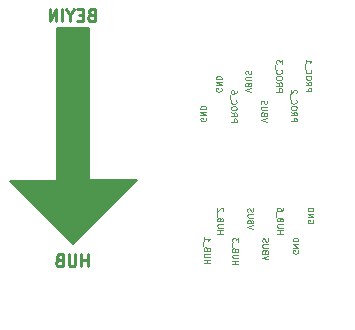
<source format=gbo>
G04 #@! TF.GenerationSoftware,KiCad,Pcbnew,8.0.0-rc1*
G04 #@! TF.CreationDate,2025-03-11T15:01:50+03:00*
G04 #@! TF.ProjectId,KSS_MD_V1.0,4b53535f-4d44-45f5-9631-2e302e6b6963,rev?*
G04 #@! TF.SameCoordinates,Original*
G04 #@! TF.FileFunction,Legend,Bot*
G04 #@! TF.FilePolarity,Positive*
%FSLAX46Y46*%
G04 Gerber Fmt 4.6, Leading zero omitted, Abs format (unit mm)*
G04 Created by KiCad (PCBNEW 8.0.0-rc1) date 2025-03-11 15:01:50*
%MOMM*%
%LPD*%
G01*
G04 APERTURE LIST*
G04 Aperture macros list*
%AMRoundRect*
0 Rectangle with rounded corners*
0 $1 Rounding radius*
0 $2 $3 $4 $5 $6 $7 $8 $9 X,Y pos of 4 corners*
0 Add a 4 corners polygon primitive as box body*
4,1,4,$2,$3,$4,$5,$6,$7,$8,$9,$2,$3,0*
0 Add four circle primitives for the rounded corners*
1,1,$1+$1,$2,$3*
1,1,$1+$1,$4,$5*
1,1,$1+$1,$6,$7*
1,1,$1+$1,$8,$9*
0 Add four rect primitives between the rounded corners*
20,1,$1+$1,$2,$3,$4,$5,0*
20,1,$1+$1,$4,$5,$6,$7,0*
20,1,$1+$1,$6,$7,$8,$9,0*
20,1,$1+$1,$8,$9,$2,$3,0*%
G04 Aperture macros list end*
%ADD10C,0.200000*%
%ADD11C,0.100000*%
%ADD12C,0.250000*%
%ADD13C,3.650000*%
%ADD14RoundRect,0.250000X0.980000X1.150000X-0.980000X1.150000X-0.980000X-1.150000X0.980000X-1.150000X0*%
%ADD15O,2.460000X2.800000*%
%ADD16RoundRect,0.250000X-0.980000X-1.150000X0.980000X-1.150000X0.980000X1.150000X-0.980000X1.150000X0*%
%ADD17R,1.500000X1.500000*%
%ADD18C,1.500000*%
G04 APERTURE END LIST*
D10*
X101455200Y-91906000D02*
X105455200Y-91906000D01*
X100060200Y-97301000D01*
X94695200Y-91936000D01*
X98665200Y-91936000D01*
X98665200Y-79036000D01*
X101455200Y-79036000D01*
X101455200Y-91906000D01*
G36*
X101455200Y-91906000D02*
G01*
X105455200Y-91906000D01*
X100060200Y-97301000D01*
X94695200Y-91936000D01*
X98665200Y-91936000D01*
X98665200Y-79036000D01*
X101455200Y-79036000D01*
X101455200Y-91906000D01*
G37*
D11*
X115141590Y-84442591D02*
X114641590Y-84275925D01*
X114641590Y-84275925D02*
X115141590Y-84109258D01*
X114903495Y-83775925D02*
X114879685Y-83704497D01*
X114879685Y-83704497D02*
X114855876Y-83680687D01*
X114855876Y-83680687D02*
X114808257Y-83656878D01*
X114808257Y-83656878D02*
X114736828Y-83656878D01*
X114736828Y-83656878D02*
X114689209Y-83680687D01*
X114689209Y-83680687D02*
X114665400Y-83704497D01*
X114665400Y-83704497D02*
X114641590Y-83752116D01*
X114641590Y-83752116D02*
X114641590Y-83942592D01*
X114641590Y-83942592D02*
X115141590Y-83942592D01*
X115141590Y-83942592D02*
X115141590Y-83775925D01*
X115141590Y-83775925D02*
X115117780Y-83728306D01*
X115117780Y-83728306D02*
X115093971Y-83704497D01*
X115093971Y-83704497D02*
X115046352Y-83680687D01*
X115046352Y-83680687D02*
X114998733Y-83680687D01*
X114998733Y-83680687D02*
X114951114Y-83704497D01*
X114951114Y-83704497D02*
X114927304Y-83728306D01*
X114927304Y-83728306D02*
X114903495Y-83775925D01*
X114903495Y-83775925D02*
X114903495Y-83942592D01*
X115141590Y-83442592D02*
X114736828Y-83442592D01*
X114736828Y-83442592D02*
X114689209Y-83418782D01*
X114689209Y-83418782D02*
X114665400Y-83394973D01*
X114665400Y-83394973D02*
X114641590Y-83347354D01*
X114641590Y-83347354D02*
X114641590Y-83252116D01*
X114641590Y-83252116D02*
X114665400Y-83204497D01*
X114665400Y-83204497D02*
X114689209Y-83180687D01*
X114689209Y-83180687D02*
X114736828Y-83156878D01*
X114736828Y-83156878D02*
X115141590Y-83156878D01*
X114665400Y-82942591D02*
X114641590Y-82871163D01*
X114641590Y-82871163D02*
X114641590Y-82752115D01*
X114641590Y-82752115D02*
X114665400Y-82704496D01*
X114665400Y-82704496D02*
X114689209Y-82680687D01*
X114689209Y-82680687D02*
X114736828Y-82656877D01*
X114736828Y-82656877D02*
X114784447Y-82656877D01*
X114784447Y-82656877D02*
X114832066Y-82680687D01*
X114832066Y-82680687D02*
X114855876Y-82704496D01*
X114855876Y-82704496D02*
X114879685Y-82752115D01*
X114879685Y-82752115D02*
X114903495Y-82847353D01*
X114903495Y-82847353D02*
X114927304Y-82894972D01*
X114927304Y-82894972D02*
X114951114Y-82918782D01*
X114951114Y-82918782D02*
X114998733Y-82942591D01*
X114998733Y-82942591D02*
X115046352Y-82942591D01*
X115046352Y-82942591D02*
X115093971Y-82918782D01*
X115093971Y-82918782D02*
X115117780Y-82894972D01*
X115117780Y-82894972D02*
X115141590Y-82847353D01*
X115141590Y-82847353D02*
X115141590Y-82728306D01*
X115141590Y-82728306D02*
X115117780Y-82656877D01*
X118501590Y-86931163D02*
X119001590Y-86931163D01*
X119001590Y-86931163D02*
X119001590Y-86740687D01*
X119001590Y-86740687D02*
X118977780Y-86693068D01*
X118977780Y-86693068D02*
X118953971Y-86669258D01*
X118953971Y-86669258D02*
X118906352Y-86645449D01*
X118906352Y-86645449D02*
X118834923Y-86645449D01*
X118834923Y-86645449D02*
X118787304Y-86669258D01*
X118787304Y-86669258D02*
X118763495Y-86693068D01*
X118763495Y-86693068D02*
X118739685Y-86740687D01*
X118739685Y-86740687D02*
X118739685Y-86931163D01*
X118501590Y-86145449D02*
X118739685Y-86312115D01*
X118501590Y-86431163D02*
X119001590Y-86431163D01*
X119001590Y-86431163D02*
X119001590Y-86240687D01*
X119001590Y-86240687D02*
X118977780Y-86193068D01*
X118977780Y-86193068D02*
X118953971Y-86169258D01*
X118953971Y-86169258D02*
X118906352Y-86145449D01*
X118906352Y-86145449D02*
X118834923Y-86145449D01*
X118834923Y-86145449D02*
X118787304Y-86169258D01*
X118787304Y-86169258D02*
X118763495Y-86193068D01*
X118763495Y-86193068D02*
X118739685Y-86240687D01*
X118739685Y-86240687D02*
X118739685Y-86431163D01*
X119001590Y-85835925D02*
X119001590Y-85740687D01*
X119001590Y-85740687D02*
X118977780Y-85693068D01*
X118977780Y-85693068D02*
X118930161Y-85645449D01*
X118930161Y-85645449D02*
X118834923Y-85621639D01*
X118834923Y-85621639D02*
X118668257Y-85621639D01*
X118668257Y-85621639D02*
X118573019Y-85645449D01*
X118573019Y-85645449D02*
X118525400Y-85693068D01*
X118525400Y-85693068D02*
X118501590Y-85740687D01*
X118501590Y-85740687D02*
X118501590Y-85835925D01*
X118501590Y-85835925D02*
X118525400Y-85883544D01*
X118525400Y-85883544D02*
X118573019Y-85931163D01*
X118573019Y-85931163D02*
X118668257Y-85954972D01*
X118668257Y-85954972D02*
X118834923Y-85954972D01*
X118834923Y-85954972D02*
X118930161Y-85931163D01*
X118930161Y-85931163D02*
X118977780Y-85883544D01*
X118977780Y-85883544D02*
X119001590Y-85835925D01*
X118549209Y-85121639D02*
X118525400Y-85145448D01*
X118525400Y-85145448D02*
X118501590Y-85216877D01*
X118501590Y-85216877D02*
X118501590Y-85264496D01*
X118501590Y-85264496D02*
X118525400Y-85335924D01*
X118525400Y-85335924D02*
X118573019Y-85383543D01*
X118573019Y-85383543D02*
X118620638Y-85407353D01*
X118620638Y-85407353D02*
X118715876Y-85431162D01*
X118715876Y-85431162D02*
X118787304Y-85431162D01*
X118787304Y-85431162D02*
X118882542Y-85407353D01*
X118882542Y-85407353D02*
X118930161Y-85383543D01*
X118930161Y-85383543D02*
X118977780Y-85335924D01*
X118977780Y-85335924D02*
X119001590Y-85264496D01*
X119001590Y-85264496D02*
X119001590Y-85216877D01*
X119001590Y-85216877D02*
X118977780Y-85145448D01*
X118977780Y-85145448D02*
X118953971Y-85121639D01*
X118453971Y-85026401D02*
X118453971Y-84645448D01*
X118953971Y-84550210D02*
X118977780Y-84526401D01*
X118977780Y-84526401D02*
X119001590Y-84478782D01*
X119001590Y-84478782D02*
X119001590Y-84359734D01*
X119001590Y-84359734D02*
X118977780Y-84312115D01*
X118977780Y-84312115D02*
X118953971Y-84288306D01*
X118953971Y-84288306D02*
X118906352Y-84264496D01*
X118906352Y-84264496D02*
X118858733Y-84264496D01*
X118858733Y-84264496D02*
X118787304Y-84288306D01*
X118787304Y-84288306D02*
X118501590Y-84574020D01*
X118501590Y-84574020D02*
X118501590Y-84264496D01*
D12*
X101311500Y-99194250D02*
X101311500Y-98194250D01*
X101311500Y-98670440D02*
X100740072Y-98670440D01*
X100740072Y-99194250D02*
X100740072Y-98194250D01*
X100263881Y-98194250D02*
X100263881Y-99003773D01*
X100263881Y-99003773D02*
X100216262Y-99099011D01*
X100216262Y-99099011D02*
X100168643Y-99146631D01*
X100168643Y-99146631D02*
X100073405Y-99194250D01*
X100073405Y-99194250D02*
X99882929Y-99194250D01*
X99882929Y-99194250D02*
X99787691Y-99146631D01*
X99787691Y-99146631D02*
X99740072Y-99099011D01*
X99740072Y-99099011D02*
X99692453Y-99003773D01*
X99692453Y-99003773D02*
X99692453Y-98194250D01*
X98882929Y-98670440D02*
X98740072Y-98718059D01*
X98740072Y-98718059D02*
X98692453Y-98765678D01*
X98692453Y-98765678D02*
X98644834Y-98860916D01*
X98644834Y-98860916D02*
X98644834Y-99003773D01*
X98644834Y-99003773D02*
X98692453Y-99099011D01*
X98692453Y-99099011D02*
X98740072Y-99146631D01*
X98740072Y-99146631D02*
X98835310Y-99194250D01*
X98835310Y-99194250D02*
X99216262Y-99194250D01*
X99216262Y-99194250D02*
X99216262Y-98194250D01*
X99216262Y-98194250D02*
X98882929Y-98194250D01*
X98882929Y-98194250D02*
X98787691Y-98241869D01*
X98787691Y-98241869D02*
X98740072Y-98289488D01*
X98740072Y-98289488D02*
X98692453Y-98384726D01*
X98692453Y-98384726D02*
X98692453Y-98479964D01*
X98692453Y-98479964D02*
X98740072Y-98575202D01*
X98740072Y-98575202D02*
X98787691Y-98622821D01*
X98787691Y-98622821D02*
X98882929Y-98670440D01*
X98882929Y-98670440D02*
X99216262Y-98670440D01*
D11*
X120397780Y-95269258D02*
X120421590Y-95316877D01*
X120421590Y-95316877D02*
X120421590Y-95388306D01*
X120421590Y-95388306D02*
X120397780Y-95459734D01*
X120397780Y-95459734D02*
X120350161Y-95507353D01*
X120350161Y-95507353D02*
X120302542Y-95531163D01*
X120302542Y-95531163D02*
X120207304Y-95554972D01*
X120207304Y-95554972D02*
X120135876Y-95554972D01*
X120135876Y-95554972D02*
X120040638Y-95531163D01*
X120040638Y-95531163D02*
X119993019Y-95507353D01*
X119993019Y-95507353D02*
X119945400Y-95459734D01*
X119945400Y-95459734D02*
X119921590Y-95388306D01*
X119921590Y-95388306D02*
X119921590Y-95340687D01*
X119921590Y-95340687D02*
X119945400Y-95269258D01*
X119945400Y-95269258D02*
X119969209Y-95245449D01*
X119969209Y-95245449D02*
X120135876Y-95245449D01*
X120135876Y-95245449D02*
X120135876Y-95340687D01*
X119921590Y-95031163D02*
X120421590Y-95031163D01*
X120421590Y-95031163D02*
X119921590Y-94745449D01*
X119921590Y-94745449D02*
X120421590Y-94745449D01*
X119921590Y-94507353D02*
X120421590Y-94507353D01*
X120421590Y-94507353D02*
X120421590Y-94388305D01*
X120421590Y-94388305D02*
X120397780Y-94316877D01*
X120397780Y-94316877D02*
X120350161Y-94269258D01*
X120350161Y-94269258D02*
X120302542Y-94245448D01*
X120302542Y-94245448D02*
X120207304Y-94221639D01*
X120207304Y-94221639D02*
X120135876Y-94221639D01*
X120135876Y-94221639D02*
X120040638Y-94245448D01*
X120040638Y-94245448D02*
X119993019Y-94269258D01*
X119993019Y-94269258D02*
X119945400Y-94316877D01*
X119945400Y-94316877D02*
X119921590Y-94388305D01*
X119921590Y-94388305D02*
X119921590Y-94507353D01*
X119127780Y-97849258D02*
X119151590Y-97896877D01*
X119151590Y-97896877D02*
X119151590Y-97968306D01*
X119151590Y-97968306D02*
X119127780Y-98039734D01*
X119127780Y-98039734D02*
X119080161Y-98087353D01*
X119080161Y-98087353D02*
X119032542Y-98111163D01*
X119032542Y-98111163D02*
X118937304Y-98134972D01*
X118937304Y-98134972D02*
X118865876Y-98134972D01*
X118865876Y-98134972D02*
X118770638Y-98111163D01*
X118770638Y-98111163D02*
X118723019Y-98087353D01*
X118723019Y-98087353D02*
X118675400Y-98039734D01*
X118675400Y-98039734D02*
X118651590Y-97968306D01*
X118651590Y-97968306D02*
X118651590Y-97920687D01*
X118651590Y-97920687D02*
X118675400Y-97849258D01*
X118675400Y-97849258D02*
X118699209Y-97825449D01*
X118699209Y-97825449D02*
X118865876Y-97825449D01*
X118865876Y-97825449D02*
X118865876Y-97920687D01*
X118651590Y-97611163D02*
X119151590Y-97611163D01*
X119151590Y-97611163D02*
X118651590Y-97325449D01*
X118651590Y-97325449D02*
X119151590Y-97325449D01*
X118651590Y-97087353D02*
X119151590Y-97087353D01*
X119151590Y-97087353D02*
X119151590Y-96968305D01*
X119151590Y-96968305D02*
X119127780Y-96896877D01*
X119127780Y-96896877D02*
X119080161Y-96849258D01*
X119080161Y-96849258D02*
X119032542Y-96825448D01*
X119032542Y-96825448D02*
X118937304Y-96801639D01*
X118937304Y-96801639D02*
X118865876Y-96801639D01*
X118865876Y-96801639D02*
X118770638Y-96825448D01*
X118770638Y-96825448D02*
X118723019Y-96849258D01*
X118723019Y-96849258D02*
X118675400Y-96896877D01*
X118675400Y-96896877D02*
X118651590Y-96968305D01*
X118651590Y-96968305D02*
X118651590Y-97087353D01*
X117331590Y-96441163D02*
X117831590Y-96441163D01*
X117593495Y-96441163D02*
X117593495Y-96155449D01*
X117331590Y-96155449D02*
X117831590Y-96155449D01*
X117831590Y-95917353D02*
X117426828Y-95917353D01*
X117426828Y-95917353D02*
X117379209Y-95893543D01*
X117379209Y-95893543D02*
X117355400Y-95869734D01*
X117355400Y-95869734D02*
X117331590Y-95822115D01*
X117331590Y-95822115D02*
X117331590Y-95726877D01*
X117331590Y-95726877D02*
X117355400Y-95679258D01*
X117355400Y-95679258D02*
X117379209Y-95655448D01*
X117379209Y-95655448D02*
X117426828Y-95631639D01*
X117426828Y-95631639D02*
X117831590Y-95631639D01*
X117593495Y-95226876D02*
X117569685Y-95155448D01*
X117569685Y-95155448D02*
X117545876Y-95131638D01*
X117545876Y-95131638D02*
X117498257Y-95107829D01*
X117498257Y-95107829D02*
X117426828Y-95107829D01*
X117426828Y-95107829D02*
X117379209Y-95131638D01*
X117379209Y-95131638D02*
X117355400Y-95155448D01*
X117355400Y-95155448D02*
X117331590Y-95203067D01*
X117331590Y-95203067D02*
X117331590Y-95393543D01*
X117331590Y-95393543D02*
X117831590Y-95393543D01*
X117831590Y-95393543D02*
X117831590Y-95226876D01*
X117831590Y-95226876D02*
X117807780Y-95179257D01*
X117807780Y-95179257D02*
X117783971Y-95155448D01*
X117783971Y-95155448D02*
X117736352Y-95131638D01*
X117736352Y-95131638D02*
X117688733Y-95131638D01*
X117688733Y-95131638D02*
X117641114Y-95155448D01*
X117641114Y-95155448D02*
X117617304Y-95179257D01*
X117617304Y-95179257D02*
X117593495Y-95226876D01*
X117593495Y-95226876D02*
X117593495Y-95393543D01*
X117283971Y-95012591D02*
X117283971Y-94631638D01*
X117831590Y-94298305D02*
X117831590Y-94393543D01*
X117831590Y-94393543D02*
X117807780Y-94441162D01*
X117807780Y-94441162D02*
X117783971Y-94464972D01*
X117783971Y-94464972D02*
X117712542Y-94512591D01*
X117712542Y-94512591D02*
X117617304Y-94536400D01*
X117617304Y-94536400D02*
X117426828Y-94536400D01*
X117426828Y-94536400D02*
X117379209Y-94512591D01*
X117379209Y-94512591D02*
X117355400Y-94488781D01*
X117355400Y-94488781D02*
X117331590Y-94441162D01*
X117331590Y-94441162D02*
X117331590Y-94345924D01*
X117331590Y-94345924D02*
X117355400Y-94298305D01*
X117355400Y-94298305D02*
X117379209Y-94274496D01*
X117379209Y-94274496D02*
X117426828Y-94250686D01*
X117426828Y-94250686D02*
X117545876Y-94250686D01*
X117545876Y-94250686D02*
X117593495Y-94274496D01*
X117593495Y-94274496D02*
X117617304Y-94298305D01*
X117617304Y-94298305D02*
X117641114Y-94345924D01*
X117641114Y-94345924D02*
X117641114Y-94441162D01*
X117641114Y-94441162D02*
X117617304Y-94488781D01*
X117617304Y-94488781D02*
X117593495Y-94512591D01*
X117593495Y-94512591D02*
X117545876Y-94536400D01*
X115331590Y-96072591D02*
X114831590Y-95905925D01*
X114831590Y-95905925D02*
X115331590Y-95739258D01*
X115093495Y-95405925D02*
X115069685Y-95334497D01*
X115069685Y-95334497D02*
X115045876Y-95310687D01*
X115045876Y-95310687D02*
X114998257Y-95286878D01*
X114998257Y-95286878D02*
X114926828Y-95286878D01*
X114926828Y-95286878D02*
X114879209Y-95310687D01*
X114879209Y-95310687D02*
X114855400Y-95334497D01*
X114855400Y-95334497D02*
X114831590Y-95382116D01*
X114831590Y-95382116D02*
X114831590Y-95572592D01*
X114831590Y-95572592D02*
X115331590Y-95572592D01*
X115331590Y-95572592D02*
X115331590Y-95405925D01*
X115331590Y-95405925D02*
X115307780Y-95358306D01*
X115307780Y-95358306D02*
X115283971Y-95334497D01*
X115283971Y-95334497D02*
X115236352Y-95310687D01*
X115236352Y-95310687D02*
X115188733Y-95310687D01*
X115188733Y-95310687D02*
X115141114Y-95334497D01*
X115141114Y-95334497D02*
X115117304Y-95358306D01*
X115117304Y-95358306D02*
X115093495Y-95405925D01*
X115093495Y-95405925D02*
X115093495Y-95572592D01*
X115331590Y-95072592D02*
X114926828Y-95072592D01*
X114926828Y-95072592D02*
X114879209Y-95048782D01*
X114879209Y-95048782D02*
X114855400Y-95024973D01*
X114855400Y-95024973D02*
X114831590Y-94977354D01*
X114831590Y-94977354D02*
X114831590Y-94882116D01*
X114831590Y-94882116D02*
X114855400Y-94834497D01*
X114855400Y-94834497D02*
X114879209Y-94810687D01*
X114879209Y-94810687D02*
X114926828Y-94786878D01*
X114926828Y-94786878D02*
X115331590Y-94786878D01*
X114855400Y-94572591D02*
X114831590Y-94501163D01*
X114831590Y-94501163D02*
X114831590Y-94382115D01*
X114831590Y-94382115D02*
X114855400Y-94334496D01*
X114855400Y-94334496D02*
X114879209Y-94310687D01*
X114879209Y-94310687D02*
X114926828Y-94286877D01*
X114926828Y-94286877D02*
X114974447Y-94286877D01*
X114974447Y-94286877D02*
X115022066Y-94310687D01*
X115022066Y-94310687D02*
X115045876Y-94334496D01*
X115045876Y-94334496D02*
X115069685Y-94382115D01*
X115069685Y-94382115D02*
X115093495Y-94477353D01*
X115093495Y-94477353D02*
X115117304Y-94524972D01*
X115117304Y-94524972D02*
X115141114Y-94548782D01*
X115141114Y-94548782D02*
X115188733Y-94572591D01*
X115188733Y-94572591D02*
X115236352Y-94572591D01*
X115236352Y-94572591D02*
X115283971Y-94548782D01*
X115283971Y-94548782D02*
X115307780Y-94524972D01*
X115307780Y-94524972D02*
X115331590Y-94477353D01*
X115331590Y-94477353D02*
X115331590Y-94358306D01*
X115331590Y-94358306D02*
X115307780Y-94286877D01*
X112627780Y-84129258D02*
X112651590Y-84176877D01*
X112651590Y-84176877D02*
X112651590Y-84248306D01*
X112651590Y-84248306D02*
X112627780Y-84319734D01*
X112627780Y-84319734D02*
X112580161Y-84367353D01*
X112580161Y-84367353D02*
X112532542Y-84391163D01*
X112532542Y-84391163D02*
X112437304Y-84414972D01*
X112437304Y-84414972D02*
X112365876Y-84414972D01*
X112365876Y-84414972D02*
X112270638Y-84391163D01*
X112270638Y-84391163D02*
X112223019Y-84367353D01*
X112223019Y-84367353D02*
X112175400Y-84319734D01*
X112175400Y-84319734D02*
X112151590Y-84248306D01*
X112151590Y-84248306D02*
X112151590Y-84200687D01*
X112151590Y-84200687D02*
X112175400Y-84129258D01*
X112175400Y-84129258D02*
X112199209Y-84105449D01*
X112199209Y-84105449D02*
X112365876Y-84105449D01*
X112365876Y-84105449D02*
X112365876Y-84200687D01*
X112151590Y-83891163D02*
X112651590Y-83891163D01*
X112651590Y-83891163D02*
X112151590Y-83605449D01*
X112151590Y-83605449D02*
X112651590Y-83605449D01*
X112151590Y-83367353D02*
X112651590Y-83367353D01*
X112651590Y-83367353D02*
X112651590Y-83248305D01*
X112651590Y-83248305D02*
X112627780Y-83176877D01*
X112627780Y-83176877D02*
X112580161Y-83129258D01*
X112580161Y-83129258D02*
X112532542Y-83105448D01*
X112532542Y-83105448D02*
X112437304Y-83081639D01*
X112437304Y-83081639D02*
X112365876Y-83081639D01*
X112365876Y-83081639D02*
X112270638Y-83105448D01*
X112270638Y-83105448D02*
X112223019Y-83129258D01*
X112223019Y-83129258D02*
X112175400Y-83176877D01*
X112175400Y-83176877D02*
X112151590Y-83248305D01*
X112151590Y-83248305D02*
X112151590Y-83367353D01*
X113541590Y-99011163D02*
X114041590Y-99011163D01*
X113803495Y-99011163D02*
X113803495Y-98725449D01*
X113541590Y-98725449D02*
X114041590Y-98725449D01*
X114041590Y-98487353D02*
X113636828Y-98487353D01*
X113636828Y-98487353D02*
X113589209Y-98463543D01*
X113589209Y-98463543D02*
X113565400Y-98439734D01*
X113565400Y-98439734D02*
X113541590Y-98392115D01*
X113541590Y-98392115D02*
X113541590Y-98296877D01*
X113541590Y-98296877D02*
X113565400Y-98249258D01*
X113565400Y-98249258D02*
X113589209Y-98225448D01*
X113589209Y-98225448D02*
X113636828Y-98201639D01*
X113636828Y-98201639D02*
X114041590Y-98201639D01*
X113803495Y-97796876D02*
X113779685Y-97725448D01*
X113779685Y-97725448D02*
X113755876Y-97701638D01*
X113755876Y-97701638D02*
X113708257Y-97677829D01*
X113708257Y-97677829D02*
X113636828Y-97677829D01*
X113636828Y-97677829D02*
X113589209Y-97701638D01*
X113589209Y-97701638D02*
X113565400Y-97725448D01*
X113565400Y-97725448D02*
X113541590Y-97773067D01*
X113541590Y-97773067D02*
X113541590Y-97963543D01*
X113541590Y-97963543D02*
X114041590Y-97963543D01*
X114041590Y-97963543D02*
X114041590Y-97796876D01*
X114041590Y-97796876D02*
X114017780Y-97749257D01*
X114017780Y-97749257D02*
X113993971Y-97725448D01*
X113993971Y-97725448D02*
X113946352Y-97701638D01*
X113946352Y-97701638D02*
X113898733Y-97701638D01*
X113898733Y-97701638D02*
X113851114Y-97725448D01*
X113851114Y-97725448D02*
X113827304Y-97749257D01*
X113827304Y-97749257D02*
X113803495Y-97796876D01*
X113803495Y-97796876D02*
X113803495Y-97963543D01*
X113493971Y-97582591D02*
X113493971Y-97201638D01*
X114041590Y-97130210D02*
X114041590Y-96820686D01*
X114041590Y-96820686D02*
X113851114Y-96987353D01*
X113851114Y-96987353D02*
X113851114Y-96915924D01*
X113851114Y-96915924D02*
X113827304Y-96868305D01*
X113827304Y-96868305D02*
X113803495Y-96844496D01*
X113803495Y-96844496D02*
X113755876Y-96820686D01*
X113755876Y-96820686D02*
X113636828Y-96820686D01*
X113636828Y-96820686D02*
X113589209Y-96844496D01*
X113589209Y-96844496D02*
X113565400Y-96868305D01*
X113565400Y-96868305D02*
X113541590Y-96915924D01*
X113541590Y-96915924D02*
X113541590Y-97058781D01*
X113541590Y-97058781D02*
X113565400Y-97106400D01*
X113565400Y-97106400D02*
X113589209Y-97130210D01*
D12*
X101563405Y-77885202D02*
X101420548Y-77932821D01*
X101420548Y-77932821D02*
X101372929Y-77980440D01*
X101372929Y-77980440D02*
X101325310Y-78075678D01*
X101325310Y-78075678D02*
X101325310Y-78218535D01*
X101325310Y-78218535D02*
X101372929Y-78313773D01*
X101372929Y-78313773D02*
X101420548Y-78361393D01*
X101420548Y-78361393D02*
X101515786Y-78409012D01*
X101515786Y-78409012D02*
X101896738Y-78409012D01*
X101896738Y-78409012D02*
X101896738Y-77409012D01*
X101896738Y-77409012D02*
X101563405Y-77409012D01*
X101563405Y-77409012D02*
X101468167Y-77456631D01*
X101468167Y-77456631D02*
X101420548Y-77504250D01*
X101420548Y-77504250D02*
X101372929Y-77599488D01*
X101372929Y-77599488D02*
X101372929Y-77694726D01*
X101372929Y-77694726D02*
X101420548Y-77789964D01*
X101420548Y-77789964D02*
X101468167Y-77837583D01*
X101468167Y-77837583D02*
X101563405Y-77885202D01*
X101563405Y-77885202D02*
X101896738Y-77885202D01*
X100896738Y-77885202D02*
X100563405Y-77885202D01*
X100420548Y-78409012D02*
X100896738Y-78409012D01*
X100896738Y-78409012D02*
X100896738Y-77409012D01*
X100896738Y-77409012D02*
X100420548Y-77409012D01*
X99801500Y-77932821D02*
X99801500Y-78409012D01*
X100134833Y-77409012D02*
X99801500Y-77932821D01*
X99801500Y-77932821D02*
X99468167Y-77409012D01*
X99134833Y-78409012D02*
X99134833Y-77409012D01*
X98658643Y-78409012D02*
X98658643Y-77409012D01*
X98658643Y-77409012D02*
X98087215Y-78409012D01*
X98087215Y-78409012D02*
X98087215Y-77409012D01*
D11*
X112281590Y-96441163D02*
X112781590Y-96441163D01*
X112543495Y-96441163D02*
X112543495Y-96155449D01*
X112281590Y-96155449D02*
X112781590Y-96155449D01*
X112781590Y-95917353D02*
X112376828Y-95917353D01*
X112376828Y-95917353D02*
X112329209Y-95893543D01*
X112329209Y-95893543D02*
X112305400Y-95869734D01*
X112305400Y-95869734D02*
X112281590Y-95822115D01*
X112281590Y-95822115D02*
X112281590Y-95726877D01*
X112281590Y-95726877D02*
X112305400Y-95679258D01*
X112305400Y-95679258D02*
X112329209Y-95655448D01*
X112329209Y-95655448D02*
X112376828Y-95631639D01*
X112376828Y-95631639D02*
X112781590Y-95631639D01*
X112543495Y-95226876D02*
X112519685Y-95155448D01*
X112519685Y-95155448D02*
X112495876Y-95131638D01*
X112495876Y-95131638D02*
X112448257Y-95107829D01*
X112448257Y-95107829D02*
X112376828Y-95107829D01*
X112376828Y-95107829D02*
X112329209Y-95131638D01*
X112329209Y-95131638D02*
X112305400Y-95155448D01*
X112305400Y-95155448D02*
X112281590Y-95203067D01*
X112281590Y-95203067D02*
X112281590Y-95393543D01*
X112281590Y-95393543D02*
X112781590Y-95393543D01*
X112781590Y-95393543D02*
X112781590Y-95226876D01*
X112781590Y-95226876D02*
X112757780Y-95179257D01*
X112757780Y-95179257D02*
X112733971Y-95155448D01*
X112733971Y-95155448D02*
X112686352Y-95131638D01*
X112686352Y-95131638D02*
X112638733Y-95131638D01*
X112638733Y-95131638D02*
X112591114Y-95155448D01*
X112591114Y-95155448D02*
X112567304Y-95179257D01*
X112567304Y-95179257D02*
X112543495Y-95226876D01*
X112543495Y-95226876D02*
X112543495Y-95393543D01*
X112233971Y-95012591D02*
X112233971Y-94631638D01*
X112733971Y-94536400D02*
X112757780Y-94512591D01*
X112757780Y-94512591D02*
X112781590Y-94464972D01*
X112781590Y-94464972D02*
X112781590Y-94345924D01*
X112781590Y-94345924D02*
X112757780Y-94298305D01*
X112757780Y-94298305D02*
X112733971Y-94274496D01*
X112733971Y-94274496D02*
X112686352Y-94250686D01*
X112686352Y-94250686D02*
X112638733Y-94250686D01*
X112638733Y-94250686D02*
X112567304Y-94274496D01*
X112567304Y-94274496D02*
X112281590Y-94560210D01*
X112281590Y-94560210D02*
X112281590Y-94250686D01*
X116481590Y-86962591D02*
X115981590Y-86795925D01*
X115981590Y-86795925D02*
X116481590Y-86629258D01*
X116243495Y-86295925D02*
X116219685Y-86224497D01*
X116219685Y-86224497D02*
X116195876Y-86200687D01*
X116195876Y-86200687D02*
X116148257Y-86176878D01*
X116148257Y-86176878D02*
X116076828Y-86176878D01*
X116076828Y-86176878D02*
X116029209Y-86200687D01*
X116029209Y-86200687D02*
X116005400Y-86224497D01*
X116005400Y-86224497D02*
X115981590Y-86272116D01*
X115981590Y-86272116D02*
X115981590Y-86462592D01*
X115981590Y-86462592D02*
X116481590Y-86462592D01*
X116481590Y-86462592D02*
X116481590Y-86295925D01*
X116481590Y-86295925D02*
X116457780Y-86248306D01*
X116457780Y-86248306D02*
X116433971Y-86224497D01*
X116433971Y-86224497D02*
X116386352Y-86200687D01*
X116386352Y-86200687D02*
X116338733Y-86200687D01*
X116338733Y-86200687D02*
X116291114Y-86224497D01*
X116291114Y-86224497D02*
X116267304Y-86248306D01*
X116267304Y-86248306D02*
X116243495Y-86295925D01*
X116243495Y-86295925D02*
X116243495Y-86462592D01*
X116481590Y-85962592D02*
X116076828Y-85962592D01*
X116076828Y-85962592D02*
X116029209Y-85938782D01*
X116029209Y-85938782D02*
X116005400Y-85914973D01*
X116005400Y-85914973D02*
X115981590Y-85867354D01*
X115981590Y-85867354D02*
X115981590Y-85772116D01*
X115981590Y-85772116D02*
X116005400Y-85724497D01*
X116005400Y-85724497D02*
X116029209Y-85700687D01*
X116029209Y-85700687D02*
X116076828Y-85676878D01*
X116076828Y-85676878D02*
X116481590Y-85676878D01*
X116005400Y-85462591D02*
X115981590Y-85391163D01*
X115981590Y-85391163D02*
X115981590Y-85272115D01*
X115981590Y-85272115D02*
X116005400Y-85224496D01*
X116005400Y-85224496D02*
X116029209Y-85200687D01*
X116029209Y-85200687D02*
X116076828Y-85176877D01*
X116076828Y-85176877D02*
X116124447Y-85176877D01*
X116124447Y-85176877D02*
X116172066Y-85200687D01*
X116172066Y-85200687D02*
X116195876Y-85224496D01*
X116195876Y-85224496D02*
X116219685Y-85272115D01*
X116219685Y-85272115D02*
X116243495Y-85367353D01*
X116243495Y-85367353D02*
X116267304Y-85414972D01*
X116267304Y-85414972D02*
X116291114Y-85438782D01*
X116291114Y-85438782D02*
X116338733Y-85462591D01*
X116338733Y-85462591D02*
X116386352Y-85462591D01*
X116386352Y-85462591D02*
X116433971Y-85438782D01*
X116433971Y-85438782D02*
X116457780Y-85414972D01*
X116457780Y-85414972D02*
X116481590Y-85367353D01*
X116481590Y-85367353D02*
X116481590Y-85248306D01*
X116481590Y-85248306D02*
X116457780Y-85176877D01*
X119751590Y-84361163D02*
X120251590Y-84361163D01*
X120251590Y-84361163D02*
X120251590Y-84170687D01*
X120251590Y-84170687D02*
X120227780Y-84123068D01*
X120227780Y-84123068D02*
X120203971Y-84099258D01*
X120203971Y-84099258D02*
X120156352Y-84075449D01*
X120156352Y-84075449D02*
X120084923Y-84075449D01*
X120084923Y-84075449D02*
X120037304Y-84099258D01*
X120037304Y-84099258D02*
X120013495Y-84123068D01*
X120013495Y-84123068D02*
X119989685Y-84170687D01*
X119989685Y-84170687D02*
X119989685Y-84361163D01*
X119751590Y-83575449D02*
X119989685Y-83742115D01*
X119751590Y-83861163D02*
X120251590Y-83861163D01*
X120251590Y-83861163D02*
X120251590Y-83670687D01*
X120251590Y-83670687D02*
X120227780Y-83623068D01*
X120227780Y-83623068D02*
X120203971Y-83599258D01*
X120203971Y-83599258D02*
X120156352Y-83575449D01*
X120156352Y-83575449D02*
X120084923Y-83575449D01*
X120084923Y-83575449D02*
X120037304Y-83599258D01*
X120037304Y-83599258D02*
X120013495Y-83623068D01*
X120013495Y-83623068D02*
X119989685Y-83670687D01*
X119989685Y-83670687D02*
X119989685Y-83861163D01*
X120251590Y-83265925D02*
X120251590Y-83170687D01*
X120251590Y-83170687D02*
X120227780Y-83123068D01*
X120227780Y-83123068D02*
X120180161Y-83075449D01*
X120180161Y-83075449D02*
X120084923Y-83051639D01*
X120084923Y-83051639D02*
X119918257Y-83051639D01*
X119918257Y-83051639D02*
X119823019Y-83075449D01*
X119823019Y-83075449D02*
X119775400Y-83123068D01*
X119775400Y-83123068D02*
X119751590Y-83170687D01*
X119751590Y-83170687D02*
X119751590Y-83265925D01*
X119751590Y-83265925D02*
X119775400Y-83313544D01*
X119775400Y-83313544D02*
X119823019Y-83361163D01*
X119823019Y-83361163D02*
X119918257Y-83384972D01*
X119918257Y-83384972D02*
X120084923Y-83384972D01*
X120084923Y-83384972D02*
X120180161Y-83361163D01*
X120180161Y-83361163D02*
X120227780Y-83313544D01*
X120227780Y-83313544D02*
X120251590Y-83265925D01*
X119799209Y-82551639D02*
X119775400Y-82575448D01*
X119775400Y-82575448D02*
X119751590Y-82646877D01*
X119751590Y-82646877D02*
X119751590Y-82694496D01*
X119751590Y-82694496D02*
X119775400Y-82765924D01*
X119775400Y-82765924D02*
X119823019Y-82813543D01*
X119823019Y-82813543D02*
X119870638Y-82837353D01*
X119870638Y-82837353D02*
X119965876Y-82861162D01*
X119965876Y-82861162D02*
X120037304Y-82861162D01*
X120037304Y-82861162D02*
X120132542Y-82837353D01*
X120132542Y-82837353D02*
X120180161Y-82813543D01*
X120180161Y-82813543D02*
X120227780Y-82765924D01*
X120227780Y-82765924D02*
X120251590Y-82694496D01*
X120251590Y-82694496D02*
X120251590Y-82646877D01*
X120251590Y-82646877D02*
X120227780Y-82575448D01*
X120227780Y-82575448D02*
X120203971Y-82551639D01*
X119703971Y-82456401D02*
X119703971Y-82075448D01*
X119751590Y-81694496D02*
X119751590Y-81980210D01*
X119751590Y-81837353D02*
X120251590Y-81837353D01*
X120251590Y-81837353D02*
X120180161Y-81884972D01*
X120180161Y-81884972D02*
X120132542Y-81932591D01*
X120132542Y-81932591D02*
X120108733Y-81980210D01*
X116581590Y-98622591D02*
X116081590Y-98455925D01*
X116081590Y-98455925D02*
X116581590Y-98289258D01*
X116343495Y-97955925D02*
X116319685Y-97884497D01*
X116319685Y-97884497D02*
X116295876Y-97860687D01*
X116295876Y-97860687D02*
X116248257Y-97836878D01*
X116248257Y-97836878D02*
X116176828Y-97836878D01*
X116176828Y-97836878D02*
X116129209Y-97860687D01*
X116129209Y-97860687D02*
X116105400Y-97884497D01*
X116105400Y-97884497D02*
X116081590Y-97932116D01*
X116081590Y-97932116D02*
X116081590Y-98122592D01*
X116081590Y-98122592D02*
X116581590Y-98122592D01*
X116581590Y-98122592D02*
X116581590Y-97955925D01*
X116581590Y-97955925D02*
X116557780Y-97908306D01*
X116557780Y-97908306D02*
X116533971Y-97884497D01*
X116533971Y-97884497D02*
X116486352Y-97860687D01*
X116486352Y-97860687D02*
X116438733Y-97860687D01*
X116438733Y-97860687D02*
X116391114Y-97884497D01*
X116391114Y-97884497D02*
X116367304Y-97908306D01*
X116367304Y-97908306D02*
X116343495Y-97955925D01*
X116343495Y-97955925D02*
X116343495Y-98122592D01*
X116581590Y-97622592D02*
X116176828Y-97622592D01*
X116176828Y-97622592D02*
X116129209Y-97598782D01*
X116129209Y-97598782D02*
X116105400Y-97574973D01*
X116105400Y-97574973D02*
X116081590Y-97527354D01*
X116081590Y-97527354D02*
X116081590Y-97432116D01*
X116081590Y-97432116D02*
X116105400Y-97384497D01*
X116105400Y-97384497D02*
X116129209Y-97360687D01*
X116129209Y-97360687D02*
X116176828Y-97336878D01*
X116176828Y-97336878D02*
X116581590Y-97336878D01*
X116105400Y-97122591D02*
X116081590Y-97051163D01*
X116081590Y-97051163D02*
X116081590Y-96932115D01*
X116081590Y-96932115D02*
X116105400Y-96884496D01*
X116105400Y-96884496D02*
X116129209Y-96860687D01*
X116129209Y-96860687D02*
X116176828Y-96836877D01*
X116176828Y-96836877D02*
X116224447Y-96836877D01*
X116224447Y-96836877D02*
X116272066Y-96860687D01*
X116272066Y-96860687D02*
X116295876Y-96884496D01*
X116295876Y-96884496D02*
X116319685Y-96932115D01*
X116319685Y-96932115D02*
X116343495Y-97027353D01*
X116343495Y-97027353D02*
X116367304Y-97074972D01*
X116367304Y-97074972D02*
X116391114Y-97098782D01*
X116391114Y-97098782D02*
X116438733Y-97122591D01*
X116438733Y-97122591D02*
X116486352Y-97122591D01*
X116486352Y-97122591D02*
X116533971Y-97098782D01*
X116533971Y-97098782D02*
X116557780Y-97074972D01*
X116557780Y-97074972D02*
X116581590Y-97027353D01*
X116581590Y-97027353D02*
X116581590Y-96908306D01*
X116581590Y-96908306D02*
X116557780Y-96836877D01*
X117241590Y-84401163D02*
X117741590Y-84401163D01*
X117741590Y-84401163D02*
X117741590Y-84210687D01*
X117741590Y-84210687D02*
X117717780Y-84163068D01*
X117717780Y-84163068D02*
X117693971Y-84139258D01*
X117693971Y-84139258D02*
X117646352Y-84115449D01*
X117646352Y-84115449D02*
X117574923Y-84115449D01*
X117574923Y-84115449D02*
X117527304Y-84139258D01*
X117527304Y-84139258D02*
X117503495Y-84163068D01*
X117503495Y-84163068D02*
X117479685Y-84210687D01*
X117479685Y-84210687D02*
X117479685Y-84401163D01*
X117241590Y-83615449D02*
X117479685Y-83782115D01*
X117241590Y-83901163D02*
X117741590Y-83901163D01*
X117741590Y-83901163D02*
X117741590Y-83710687D01*
X117741590Y-83710687D02*
X117717780Y-83663068D01*
X117717780Y-83663068D02*
X117693971Y-83639258D01*
X117693971Y-83639258D02*
X117646352Y-83615449D01*
X117646352Y-83615449D02*
X117574923Y-83615449D01*
X117574923Y-83615449D02*
X117527304Y-83639258D01*
X117527304Y-83639258D02*
X117503495Y-83663068D01*
X117503495Y-83663068D02*
X117479685Y-83710687D01*
X117479685Y-83710687D02*
X117479685Y-83901163D01*
X117741590Y-83305925D02*
X117741590Y-83210687D01*
X117741590Y-83210687D02*
X117717780Y-83163068D01*
X117717780Y-83163068D02*
X117670161Y-83115449D01*
X117670161Y-83115449D02*
X117574923Y-83091639D01*
X117574923Y-83091639D02*
X117408257Y-83091639D01*
X117408257Y-83091639D02*
X117313019Y-83115449D01*
X117313019Y-83115449D02*
X117265400Y-83163068D01*
X117265400Y-83163068D02*
X117241590Y-83210687D01*
X117241590Y-83210687D02*
X117241590Y-83305925D01*
X117241590Y-83305925D02*
X117265400Y-83353544D01*
X117265400Y-83353544D02*
X117313019Y-83401163D01*
X117313019Y-83401163D02*
X117408257Y-83424972D01*
X117408257Y-83424972D02*
X117574923Y-83424972D01*
X117574923Y-83424972D02*
X117670161Y-83401163D01*
X117670161Y-83401163D02*
X117717780Y-83353544D01*
X117717780Y-83353544D02*
X117741590Y-83305925D01*
X117289209Y-82591639D02*
X117265400Y-82615448D01*
X117265400Y-82615448D02*
X117241590Y-82686877D01*
X117241590Y-82686877D02*
X117241590Y-82734496D01*
X117241590Y-82734496D02*
X117265400Y-82805924D01*
X117265400Y-82805924D02*
X117313019Y-82853543D01*
X117313019Y-82853543D02*
X117360638Y-82877353D01*
X117360638Y-82877353D02*
X117455876Y-82901162D01*
X117455876Y-82901162D02*
X117527304Y-82901162D01*
X117527304Y-82901162D02*
X117622542Y-82877353D01*
X117622542Y-82877353D02*
X117670161Y-82853543D01*
X117670161Y-82853543D02*
X117717780Y-82805924D01*
X117717780Y-82805924D02*
X117741590Y-82734496D01*
X117741590Y-82734496D02*
X117741590Y-82686877D01*
X117741590Y-82686877D02*
X117717780Y-82615448D01*
X117717780Y-82615448D02*
X117693971Y-82591639D01*
X117193971Y-82496401D02*
X117193971Y-82115448D01*
X117741590Y-82044020D02*
X117741590Y-81734496D01*
X117741590Y-81734496D02*
X117551114Y-81901163D01*
X117551114Y-81901163D02*
X117551114Y-81829734D01*
X117551114Y-81829734D02*
X117527304Y-81782115D01*
X117527304Y-81782115D02*
X117503495Y-81758306D01*
X117503495Y-81758306D02*
X117455876Y-81734496D01*
X117455876Y-81734496D02*
X117336828Y-81734496D01*
X117336828Y-81734496D02*
X117289209Y-81758306D01*
X117289209Y-81758306D02*
X117265400Y-81782115D01*
X117265400Y-81782115D02*
X117241590Y-81829734D01*
X117241590Y-81829734D02*
X117241590Y-81972591D01*
X117241590Y-81972591D02*
X117265400Y-82020210D01*
X117265400Y-82020210D02*
X117289209Y-82044020D01*
X111141590Y-98931163D02*
X111641590Y-98931163D01*
X111403495Y-98931163D02*
X111403495Y-98645449D01*
X111141590Y-98645449D02*
X111641590Y-98645449D01*
X111641590Y-98407353D02*
X111236828Y-98407353D01*
X111236828Y-98407353D02*
X111189209Y-98383543D01*
X111189209Y-98383543D02*
X111165400Y-98359734D01*
X111165400Y-98359734D02*
X111141590Y-98312115D01*
X111141590Y-98312115D02*
X111141590Y-98216877D01*
X111141590Y-98216877D02*
X111165400Y-98169258D01*
X111165400Y-98169258D02*
X111189209Y-98145448D01*
X111189209Y-98145448D02*
X111236828Y-98121639D01*
X111236828Y-98121639D02*
X111641590Y-98121639D01*
X111403495Y-97716876D02*
X111379685Y-97645448D01*
X111379685Y-97645448D02*
X111355876Y-97621638D01*
X111355876Y-97621638D02*
X111308257Y-97597829D01*
X111308257Y-97597829D02*
X111236828Y-97597829D01*
X111236828Y-97597829D02*
X111189209Y-97621638D01*
X111189209Y-97621638D02*
X111165400Y-97645448D01*
X111165400Y-97645448D02*
X111141590Y-97693067D01*
X111141590Y-97693067D02*
X111141590Y-97883543D01*
X111141590Y-97883543D02*
X111641590Y-97883543D01*
X111641590Y-97883543D02*
X111641590Y-97716876D01*
X111641590Y-97716876D02*
X111617780Y-97669257D01*
X111617780Y-97669257D02*
X111593971Y-97645448D01*
X111593971Y-97645448D02*
X111546352Y-97621638D01*
X111546352Y-97621638D02*
X111498733Y-97621638D01*
X111498733Y-97621638D02*
X111451114Y-97645448D01*
X111451114Y-97645448D02*
X111427304Y-97669257D01*
X111427304Y-97669257D02*
X111403495Y-97716876D01*
X111403495Y-97716876D02*
X111403495Y-97883543D01*
X111093971Y-97502591D02*
X111093971Y-97121638D01*
X111141590Y-96740686D02*
X111141590Y-97026400D01*
X111141590Y-96883543D02*
X111641590Y-96883543D01*
X111641590Y-96883543D02*
X111570161Y-96931162D01*
X111570161Y-96931162D02*
X111522542Y-96978781D01*
X111522542Y-96978781D02*
X111498733Y-97026400D01*
X113411590Y-86961163D02*
X113911590Y-86961163D01*
X113911590Y-86961163D02*
X113911590Y-86770687D01*
X113911590Y-86770687D02*
X113887780Y-86723068D01*
X113887780Y-86723068D02*
X113863971Y-86699258D01*
X113863971Y-86699258D02*
X113816352Y-86675449D01*
X113816352Y-86675449D02*
X113744923Y-86675449D01*
X113744923Y-86675449D02*
X113697304Y-86699258D01*
X113697304Y-86699258D02*
X113673495Y-86723068D01*
X113673495Y-86723068D02*
X113649685Y-86770687D01*
X113649685Y-86770687D02*
X113649685Y-86961163D01*
X113411590Y-86175449D02*
X113649685Y-86342115D01*
X113411590Y-86461163D02*
X113911590Y-86461163D01*
X113911590Y-86461163D02*
X113911590Y-86270687D01*
X113911590Y-86270687D02*
X113887780Y-86223068D01*
X113887780Y-86223068D02*
X113863971Y-86199258D01*
X113863971Y-86199258D02*
X113816352Y-86175449D01*
X113816352Y-86175449D02*
X113744923Y-86175449D01*
X113744923Y-86175449D02*
X113697304Y-86199258D01*
X113697304Y-86199258D02*
X113673495Y-86223068D01*
X113673495Y-86223068D02*
X113649685Y-86270687D01*
X113649685Y-86270687D02*
X113649685Y-86461163D01*
X113911590Y-85865925D02*
X113911590Y-85770687D01*
X113911590Y-85770687D02*
X113887780Y-85723068D01*
X113887780Y-85723068D02*
X113840161Y-85675449D01*
X113840161Y-85675449D02*
X113744923Y-85651639D01*
X113744923Y-85651639D02*
X113578257Y-85651639D01*
X113578257Y-85651639D02*
X113483019Y-85675449D01*
X113483019Y-85675449D02*
X113435400Y-85723068D01*
X113435400Y-85723068D02*
X113411590Y-85770687D01*
X113411590Y-85770687D02*
X113411590Y-85865925D01*
X113411590Y-85865925D02*
X113435400Y-85913544D01*
X113435400Y-85913544D02*
X113483019Y-85961163D01*
X113483019Y-85961163D02*
X113578257Y-85984972D01*
X113578257Y-85984972D02*
X113744923Y-85984972D01*
X113744923Y-85984972D02*
X113840161Y-85961163D01*
X113840161Y-85961163D02*
X113887780Y-85913544D01*
X113887780Y-85913544D02*
X113911590Y-85865925D01*
X113459209Y-85151639D02*
X113435400Y-85175448D01*
X113435400Y-85175448D02*
X113411590Y-85246877D01*
X113411590Y-85246877D02*
X113411590Y-85294496D01*
X113411590Y-85294496D02*
X113435400Y-85365924D01*
X113435400Y-85365924D02*
X113483019Y-85413543D01*
X113483019Y-85413543D02*
X113530638Y-85437353D01*
X113530638Y-85437353D02*
X113625876Y-85461162D01*
X113625876Y-85461162D02*
X113697304Y-85461162D01*
X113697304Y-85461162D02*
X113792542Y-85437353D01*
X113792542Y-85437353D02*
X113840161Y-85413543D01*
X113840161Y-85413543D02*
X113887780Y-85365924D01*
X113887780Y-85365924D02*
X113911590Y-85294496D01*
X113911590Y-85294496D02*
X113911590Y-85246877D01*
X113911590Y-85246877D02*
X113887780Y-85175448D01*
X113887780Y-85175448D02*
X113863971Y-85151639D01*
X113363971Y-85056401D02*
X113363971Y-84675448D01*
X113911590Y-84342115D02*
X113911590Y-84437353D01*
X113911590Y-84437353D02*
X113887780Y-84484972D01*
X113887780Y-84484972D02*
X113863971Y-84508782D01*
X113863971Y-84508782D02*
X113792542Y-84556401D01*
X113792542Y-84556401D02*
X113697304Y-84580210D01*
X113697304Y-84580210D02*
X113506828Y-84580210D01*
X113506828Y-84580210D02*
X113459209Y-84556401D01*
X113459209Y-84556401D02*
X113435400Y-84532591D01*
X113435400Y-84532591D02*
X113411590Y-84484972D01*
X113411590Y-84484972D02*
X113411590Y-84389734D01*
X113411590Y-84389734D02*
X113435400Y-84342115D01*
X113435400Y-84342115D02*
X113459209Y-84318306D01*
X113459209Y-84318306D02*
X113506828Y-84294496D01*
X113506828Y-84294496D02*
X113625876Y-84294496D01*
X113625876Y-84294496D02*
X113673495Y-84318306D01*
X113673495Y-84318306D02*
X113697304Y-84342115D01*
X113697304Y-84342115D02*
X113721114Y-84389734D01*
X113721114Y-84389734D02*
X113721114Y-84484972D01*
X113721114Y-84484972D02*
X113697304Y-84532591D01*
X113697304Y-84532591D02*
X113673495Y-84556401D01*
X113673495Y-84556401D02*
X113625876Y-84580210D01*
X111317780Y-86649258D02*
X111341590Y-86696877D01*
X111341590Y-86696877D02*
X111341590Y-86768306D01*
X111341590Y-86768306D02*
X111317780Y-86839734D01*
X111317780Y-86839734D02*
X111270161Y-86887353D01*
X111270161Y-86887353D02*
X111222542Y-86911163D01*
X111222542Y-86911163D02*
X111127304Y-86934972D01*
X111127304Y-86934972D02*
X111055876Y-86934972D01*
X111055876Y-86934972D02*
X110960638Y-86911163D01*
X110960638Y-86911163D02*
X110913019Y-86887353D01*
X110913019Y-86887353D02*
X110865400Y-86839734D01*
X110865400Y-86839734D02*
X110841590Y-86768306D01*
X110841590Y-86768306D02*
X110841590Y-86720687D01*
X110841590Y-86720687D02*
X110865400Y-86649258D01*
X110865400Y-86649258D02*
X110889209Y-86625449D01*
X110889209Y-86625449D02*
X111055876Y-86625449D01*
X111055876Y-86625449D02*
X111055876Y-86720687D01*
X110841590Y-86411163D02*
X111341590Y-86411163D01*
X111341590Y-86411163D02*
X110841590Y-86125449D01*
X110841590Y-86125449D02*
X111341590Y-86125449D01*
X110841590Y-85887353D02*
X111341590Y-85887353D01*
X111341590Y-85887353D02*
X111341590Y-85768305D01*
X111341590Y-85768305D02*
X111317780Y-85696877D01*
X111317780Y-85696877D02*
X111270161Y-85649258D01*
X111270161Y-85649258D02*
X111222542Y-85625448D01*
X111222542Y-85625448D02*
X111127304Y-85601639D01*
X111127304Y-85601639D02*
X111055876Y-85601639D01*
X111055876Y-85601639D02*
X110960638Y-85625448D01*
X110960638Y-85625448D02*
X110913019Y-85649258D01*
X110913019Y-85649258D02*
X110865400Y-85696877D01*
X110865400Y-85696877D02*
X110841590Y-85768305D01*
X110841590Y-85768305D02*
X110841590Y-85887353D01*
D13*
X109972500Y-102100000D03*
X121402500Y-102100000D03*
X121294500Y-79088600D03*
X109864500Y-79088600D03*
%LPC*%
D14*
X132175200Y-100466000D03*
D15*
X128215200Y-100466000D03*
D16*
X129820600Y-82779400D03*
D15*
X133780600Y-82779400D03*
D13*
X109972500Y-102100000D03*
X121402500Y-102100000D03*
D17*
X111242500Y-95750000D03*
D18*
X112512500Y-93210000D03*
X113782500Y-95750000D03*
X115052500Y-93210000D03*
X116322500Y-95750000D03*
X117592500Y-93210000D03*
X118862500Y-95750000D03*
X120132500Y-93210000D03*
D13*
X121294500Y-79088600D03*
X109864500Y-79088600D03*
D17*
X120024500Y-85438600D03*
D18*
X118754500Y-87978600D03*
X117484500Y-85438600D03*
X116214500Y-87978600D03*
X114944500Y-85438600D03*
X113674500Y-87978600D03*
X112404500Y-85438600D03*
X111134500Y-87978600D03*
D16*
X143967200Y-82754000D03*
D15*
X147927200Y-82754000D03*
D14*
X153985200Y-100406000D03*
D15*
X150025200Y-100406000D03*
%LPD*%
M02*

</source>
